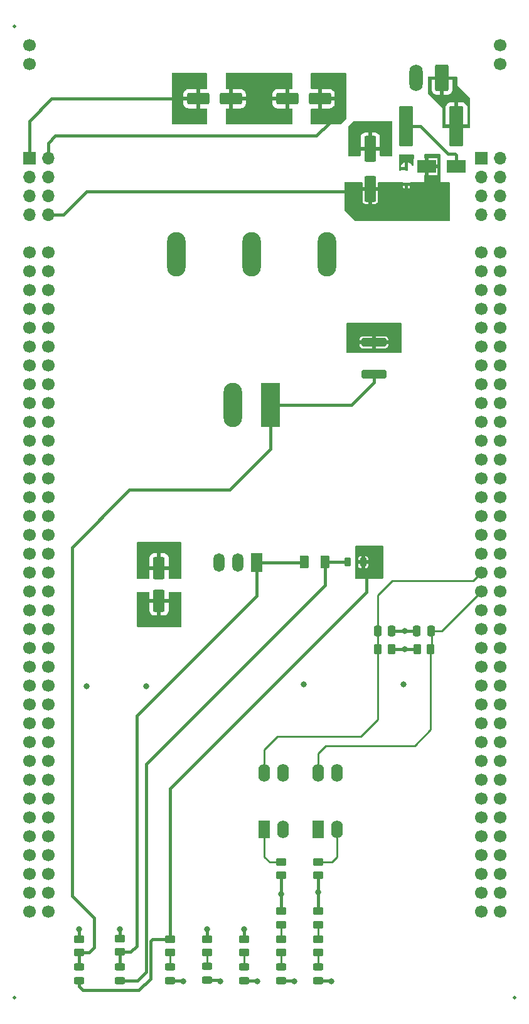
<source format=gbr>
%TF.GenerationSoftware,KiCad,Pcbnew,(6.0.7-1)-1*%
%TF.CreationDate,2022-08-23T12:38:47-05:00*%
%TF.ProjectId,NR1B-Power,4e523142-2d50-46f7-9765-722e6b696361,rev?*%
%TF.SameCoordinates,Original*%
%TF.FileFunction,Copper,L1,Top*%
%TF.FilePolarity,Positive*%
%FSLAX46Y46*%
G04 Gerber Fmt 4.6, Leading zero omitted, Abs format (unit mm)*
G04 Created by KiCad (PCBNEW (6.0.7-1)-1) date 2022-08-23 12:38:47*
%MOMM*%
%LPD*%
G01*
G04 APERTURE LIST*
G04 Aperture macros list*
%AMRoundRect*
0 Rectangle with rounded corners*
0 $1 Rounding radius*
0 $2 $3 $4 $5 $6 $7 $8 $9 X,Y pos of 4 corners*
0 Add a 4 corners polygon primitive as box body*
4,1,4,$2,$3,$4,$5,$6,$7,$8,$9,$2,$3,0*
0 Add four circle primitives for the rounded corners*
1,1,$1+$1,$2,$3*
1,1,$1+$1,$4,$5*
1,1,$1+$1,$6,$7*
1,1,$1+$1,$8,$9*
0 Add four rect primitives between the rounded corners*
20,1,$1+$1,$2,$3,$4,$5,0*
20,1,$1+$1,$4,$5,$6,$7,0*
20,1,$1+$1,$6,$7,$8,$9,0*
20,1,$1+$1,$8,$9,$2,$3,0*%
G04 Aperture macros list end*
%TA.AperFunction,SMDPad,CuDef*%
%ADD10RoundRect,0.250000X0.250000X0.475000X-0.250000X0.475000X-0.250000X-0.475000X0.250000X-0.475000X0*%
%TD*%
%TA.AperFunction,ComponentPad*%
%ADD11R,1.700000X1.700000*%
%TD*%
%TA.AperFunction,ComponentPad*%
%ADD12O,1.700000X1.700000*%
%TD*%
%TA.AperFunction,ComponentPad*%
%ADD13R,1.600000X2.400000*%
%TD*%
%TA.AperFunction,ComponentPad*%
%ADD14O,1.600000X2.400000*%
%TD*%
%TA.AperFunction,ComponentPad*%
%ADD15C,1.700000*%
%TD*%
%TA.AperFunction,SMDPad,CuDef*%
%ADD16RoundRect,0.243750X0.456250X-0.243750X0.456250X0.243750X-0.456250X0.243750X-0.456250X-0.243750X0*%
%TD*%
%TA.AperFunction,SMDPad,CuDef*%
%ADD17RoundRect,0.243750X-0.456250X0.243750X-0.456250X-0.243750X0.456250X-0.243750X0.456250X0.243750X0*%
%TD*%
%TA.AperFunction,SMDPad,CuDef*%
%ADD18RoundRect,0.250000X-0.450000X0.262500X-0.450000X-0.262500X0.450000X-0.262500X0.450000X0.262500X0*%
%TD*%
%TA.AperFunction,SMDPad,CuDef*%
%ADD19RoundRect,0.250000X1.250000X0.550000X-1.250000X0.550000X-1.250000X-0.550000X1.250000X-0.550000X0*%
%TD*%
%TA.AperFunction,SMDPad,CuDef*%
%ADD20RoundRect,0.218750X0.218750X0.381250X-0.218750X0.381250X-0.218750X-0.381250X0.218750X-0.381250X0*%
%TD*%
%TA.AperFunction,SMDPad,CuDef*%
%ADD21RoundRect,0.250000X0.712500X2.475000X-0.712500X2.475000X-0.712500X-2.475000X0.712500X-2.475000X0*%
%TD*%
%TA.AperFunction,SMDPad,CuDef*%
%ADD22RoundRect,0.250000X0.450000X-0.262500X0.450000X0.262500X-0.450000X0.262500X-0.450000X-0.262500X0*%
%TD*%
%TA.AperFunction,SMDPad,CuDef*%
%ADD23RoundRect,0.250000X-1.450000X0.312500X-1.450000X-0.312500X1.450000X-0.312500X1.450000X0.312500X0*%
%TD*%
%TA.AperFunction,SMDPad,CuDef*%
%ADD24RoundRect,0.250000X0.375000X0.625000X-0.375000X0.625000X-0.375000X-0.625000X0.375000X-0.625000X0*%
%TD*%
%TA.AperFunction,SMDPad,CuDef*%
%ADD25C,0.500000*%
%TD*%
%TA.AperFunction,SMDPad,CuDef*%
%ADD26RoundRect,0.250000X-0.550000X1.250000X-0.550000X-1.250000X0.550000X-1.250000X0.550000X1.250000X0*%
%TD*%
%TA.AperFunction,ComponentPad*%
%ADD27R,1.500000X2.500000*%
%TD*%
%TA.AperFunction,ComponentPad*%
%ADD28O,1.500000X2.500000*%
%TD*%
%TA.AperFunction,SMDPad,CuDef*%
%ADD29RoundRect,0.250000X-0.250000X-0.475000X0.250000X-0.475000X0.250000X0.475000X-0.250000X0.475000X0*%
%TD*%
%TA.AperFunction,ComponentPad*%
%ADD30R,2.500000X6.000000*%
%TD*%
%TA.AperFunction,ComponentPad*%
%ADD31O,2.500000X6.000000*%
%TD*%
%TA.AperFunction,ComponentPad*%
%ADD32RoundRect,0.250000X0.650000X1.550000X-0.650000X1.550000X-0.650000X-1.550000X0.650000X-1.550000X0*%
%TD*%
%TA.AperFunction,ComponentPad*%
%ADD33O,1.800000X3.600000*%
%TD*%
%TA.AperFunction,SMDPad,CuDef*%
%ADD34RoundRect,0.250000X0.550000X-1.500000X0.550000X1.500000X-0.550000X1.500000X-0.550000X-1.500000X0*%
%TD*%
%TA.AperFunction,SMDPad,CuDef*%
%ADD35R,2.500000X1.800000*%
%TD*%
%TA.AperFunction,SMDPad,CuDef*%
%ADD36RoundRect,0.250000X0.262500X0.450000X-0.262500X0.450000X-0.262500X-0.450000X0.262500X-0.450000X0*%
%TD*%
%TA.AperFunction,SMDPad,CuDef*%
%ADD37RoundRect,0.250000X-0.262500X-0.450000X0.262500X-0.450000X0.262500X0.450000X-0.262500X0.450000X0*%
%TD*%
%TA.AperFunction,SMDPad,CuDef*%
%ADD38R,0.450000X0.600000*%
%TD*%
%TA.AperFunction,ViaPad*%
%ADD39C,0.800000*%
%TD*%
%TA.AperFunction,Conductor*%
%ADD40C,0.400000*%
%TD*%
%TA.AperFunction,Conductor*%
%ADD41C,0.220000*%
%TD*%
G04 APERTURE END LIST*
D10*
%TO.P,C5,1*%
%TO.N,/~{-15V_GOOD}*%
X217200000Y-163000000D03*
%TO.P,C5,2*%
%TO.N,GND*%
X215300000Y-163000000D03*
%TD*%
D11*
%TO.P,J2,1,Pin_1*%
%TO.N,-15V*%
X163000000Y-99300000D03*
D12*
%TO.P,J2,2,Pin_2*%
%TO.N,+15V*%
X165540000Y-99300000D03*
%TO.P,J2,3,Pin_3*%
%TO.N,GND*%
X163000000Y-101840000D03*
%TO.P,J2,4,Pin_4*%
X165540000Y-101840000D03*
%TO.P,J2,5,Pin_5*%
%TO.N,+5V*%
X163000000Y-104380000D03*
%TO.P,J2,6,Pin_6*%
%TO.N,unconnected-(J2-Pad6)*%
X165540000Y-104380000D03*
%TO.P,J2,7,Pin_7*%
%TO.N,GND*%
X163000000Y-106920000D03*
%TO.P,J2,8,Pin_8*%
%TO.N,+24V*%
X165540000Y-106920000D03*
%TD*%
D13*
%TO.P,U4,1*%
%TO.N,Net-(R6-Pad1)*%
X194725000Y-189825000D03*
D14*
%TO.P,U4,2*%
%TO.N,GND*%
X197265000Y-189825000D03*
%TO.P,U4,3*%
X197265000Y-182205000D03*
%TO.P,U4,4*%
%TO.N,/~{+15V_GOOD}*%
X194725000Y-182205000D03*
%TD*%
D15*
%TO.P,X1,1,PC10*%
%TO.N,unconnected-(X1-Pad1)*%
X163000000Y-112000000D03*
%TO.P,X1,2,PC11*%
%TO.N,unconnected-(X1-Pad2)*%
X165540000Y-112000000D03*
%TO.P,X1,3,PC12*%
%TO.N,unconnected-(X1-Pad3)*%
X163000000Y-114540000D03*
%TO.P,X1,4,PD2*%
%TO.N,unconnected-(X1-Pad4)*%
X165540000Y-114540000D03*
%TO.P,X1,5,VDD*%
%TO.N,unconnected-(X1-Pad5)*%
X163000000Y-117080000D03*
%TO.P,X1,6,E5V*%
%TO.N,+5V*%
X165540000Y-117080000D03*
%TO.P,X1,7,~{BOOT0}*%
%TO.N,unconnected-(X1-Pad7)*%
X163000000Y-119620000D03*
%TO.P,X1,8,GND*%
%TO.N,GND*%
X165540000Y-119620000D03*
%TO.P,X1,9,PF6*%
%TO.N,unconnected-(X1-Pad9)*%
X163000000Y-122160000D03*
%TO.P,X1,10,NC*%
%TO.N,unconnected-(X1-Pad10)*%
X165540000Y-122160000D03*
%TO.P,X1,11,PF7*%
%TO.N,unconnected-(X1-Pad11)*%
X163000000Y-124700000D03*
%TO.P,X1,12,IOREF*%
%TO.N,unconnected-(X1-Pad12)*%
X165540000Y-124700000D03*
%TO.P,X1,13,TMS/PA13*%
%TO.N,unconnected-(X1-Pad13)*%
X163000000Y-127240000D03*
%TO.P,X1,14,~{RST}*%
%TO.N,unconnected-(X1-Pad14)*%
X165540000Y-127240000D03*
%TO.P,X1,15,TCK/PA14*%
%TO.N,unconnected-(X1-Pad15)*%
X163000000Y-129780000D03*
%TO.P,X1,16,+3V3*%
%TO.N,VCC*%
X165540000Y-129780000D03*
%TO.P,X1,17,PA15*%
%TO.N,unconnected-(X1-Pad17)*%
X163000000Y-132320000D03*
%TO.P,X1,18,+5V*%
%TO.N,unconnected-(X1-Pad18)*%
X165540000Y-132320000D03*
%TO.P,X1,19,GND*%
%TO.N,GND*%
X163000000Y-134860000D03*
%TO.P,X1,20,GND*%
X165540000Y-134860000D03*
%TO.P,X1,21,LD2/PB7*%
%TO.N,unconnected-(X1-Pad21)*%
X163000000Y-137400000D03*
%TO.P,X1,22,GND*%
%TO.N,GND*%
X165540000Y-137400000D03*
%TO.P,X1,23,BT/PC13*%
%TO.N,unconnected-(X1-Pad23)*%
X163000000Y-139940000D03*
%TO.P,X1,24,VIN*%
%TO.N,unconnected-(X1-Pad24)*%
X165540000Y-139940000D03*
%TO.P,X1,25,RTC_CRYSTAL/PC14*%
%TO.N,unconnected-(X1-Pad25)*%
X163000000Y-142480000D03*
%TO.P,X1,26,NC*%
%TO.N,unconnected-(X1-Pad26)*%
X165540000Y-142480000D03*
%TO.P,X1,27,RTC_CRYSTAL/PC15*%
%TO.N,unconnected-(X1-Pad27)*%
X163000000Y-145020000D03*
%TO.P,X1,28,ETH_REF_CLK/PA0*%
%TO.N,unconnected-(X1-Pad28)*%
X165540000Y-145020000D03*
%TO.P,X1,29,PH0*%
%TO.N,unconnected-(X1-Pad29)*%
X163000000Y-147560000D03*
%TO.P,X1,30,ETH_MDIO/PA1*%
%TO.N,unconnected-(X1-Pad30)*%
X165540000Y-147560000D03*
%TO.P,X1,31,PH1*%
%TO.N,unconnected-(X1-Pad31)*%
X163000000Y-150100000D03*
%TO.P,X1,32,PA4*%
%TO.N,unconnected-(X1-Pad32)*%
X165540000Y-150100000D03*
%TO.P,X1,33,VBAT*%
%TO.N,unconnected-(X1-Pad33)*%
X163000000Y-152640000D03*
%TO.P,X1,34,PB0*%
%TO.N,unconnected-(X1-Pad34)*%
X165540000Y-152640000D03*
%TO.P,X1,35,PC2*%
%TO.N,unconnected-(X1-Pad35)*%
X163000000Y-155180000D03*
%TO.P,X1,36,ETH_MDC/PC1*%
%TO.N,unconnected-(X1-Pad36)*%
X165540000Y-155180000D03*
%TO.P,X1,37,PC3*%
%TO.N,unconnected-(X1-Pad37)*%
X163000000Y-157720000D03*
%TO.P,X1,38,PC0*%
%TO.N,unconnected-(X1-Pad38)*%
X165540000Y-157720000D03*
%TO.P,X1,39,PD4*%
%TO.N,unconnected-(X1-Pad39)*%
X163000000Y-160260000D03*
%TO.P,X1,40,PD3*%
%TO.N,unconnected-(X1-Pad40)*%
X165540000Y-160260000D03*
%TO.P,X1,41,PD5*%
%TO.N,unconnected-(X1-Pad41)*%
X163000000Y-162800000D03*
%TO.P,X1,42,PG2*%
%TO.N,unconnected-(X1-Pad42)*%
X165540000Y-162800000D03*
%TO.P,X1,43,PD6*%
%TO.N,unconnected-(X1-Pad43)*%
X163000000Y-165340000D03*
%TO.P,X1,44,PG3*%
%TO.N,unconnected-(X1-Pad44)*%
X165540000Y-165340000D03*
%TO.P,X1,45,PD7*%
%TO.N,unconnected-(X1-Pad45)*%
X163000000Y-167880000D03*
%TO.P,X1,46,PE2*%
%TO.N,unconnected-(X1-Pad46)*%
X165540000Y-167880000D03*
%TO.P,X1,47,PE3*%
%TO.N,unconnected-(X1-Pad47)*%
X163000000Y-170420000D03*
%TO.P,X1,48,PE4*%
%TO.N,unconnected-(X1-Pad48)*%
X165540000Y-170420000D03*
%TO.P,X1,49,GND*%
%TO.N,GND*%
X163000000Y-172960000D03*
%TO.P,X1,50,PE5*%
%TO.N,unconnected-(X1-Pad50)*%
X165540000Y-172960000D03*
%TO.P,X1,51,PF1*%
%TO.N,unconnected-(X1-Pad51)*%
X163000000Y-175500000D03*
%TO.P,X1,52,PF2*%
%TO.N,unconnected-(X1-Pad52)*%
X165540000Y-175500000D03*
%TO.P,X1,53,PF0*%
%TO.N,unconnected-(X1-Pad53)*%
X163000000Y-178040000D03*
%TO.P,X1,54,PF8*%
%TO.N,unconnected-(X1-Pad54)*%
X165540000Y-178040000D03*
%TO.P,X1,55,PD1*%
%TO.N,unconnected-(X1-Pad55)*%
X163000000Y-180580000D03*
%TO.P,X1,56,PF9*%
%TO.N,unconnected-(X1-Pad56)*%
X165540000Y-180580000D03*
%TO.P,X1,57,PD0*%
%TO.N,unconnected-(X1-Pad57)*%
X163000000Y-183120000D03*
%TO.P,X1,58,PG1*%
%TO.N,unconnected-(X1-Pad58)*%
X165540000Y-183120000D03*
%TO.P,X1,59,PG0*%
%TO.N,unconnected-(X1-Pad59)*%
X163000000Y-185660000D03*
%TO.P,X1,60,GND*%
%TO.N,GND*%
X165540000Y-185660000D03*
%TO.P,X1,61,PE1*%
%TO.N,unconnected-(X1-Pad61)*%
X163000000Y-188200000D03*
%TO.P,X1,62,PE6*%
%TO.N,unconnected-(X1-Pad62)*%
X165540000Y-188200000D03*
%TO.P,X1,63,PG9*%
%TO.N,unconnected-(X1-Pad63)*%
X163000000Y-190740000D03*
%TO.P,X1,64,PG15*%
%TO.N,unconnected-(X1-Pad64)*%
X165540000Y-190740000D03*
%TO.P,X1,65,PG12*%
%TO.N,unconnected-(X1-Pad65)*%
X163000000Y-193280000D03*
%TO.P,X1,66,PG10*%
%TO.N,unconnected-(X1-Pad66)*%
X165540000Y-193280000D03*
%TO.P,X1,67,NC*%
%TO.N,unconnected-(X1-Pad67)*%
X163000000Y-195820000D03*
%TO.P,X1,68,PG13/ETH_TXD0*%
%TO.N,unconnected-(X1-Pad68)*%
X165540000Y-195820000D03*
%TO.P,X1,69,STLINK_RX/PD9*%
%TO.N,unconnected-(X1-Pad69)*%
X163000000Y-198360000D03*
%TO.P,X1,70,PG11/ETH_TX_EN*%
%TO.N,unconnected-(X1-Pad70)*%
X165540000Y-198360000D03*
%TO.P,X1,71,GND*%
%TO.N,GND*%
X163000000Y-200900000D03*
%TO.P,X1,72,GND*%
X165540000Y-200900000D03*
%TO.P,X1,73,PC9*%
%TO.N,unconnected-(X1-Pad73)*%
X223960000Y-112000000D03*
%TO.P,X1,74,PC8*%
%TO.N,unconnected-(X1-Pad74)*%
X226500000Y-112000000D03*
%TO.P,X1,75,PB8*%
%TO.N,unconnected-(X1-Pad75)*%
X223960000Y-114540000D03*
%TO.P,X1,76,PC6*%
%TO.N,unconnected-(X1-Pad76)*%
X226500000Y-114540000D03*
%TO.P,X1,77,PB9*%
%TO.N,unconnected-(X1-Pad77)*%
X223960000Y-117080000D03*
%TO.P,X1,78,ETH_RXD1/PC5*%
%TO.N,unconnected-(X1-Pad78)*%
X226500000Y-117080000D03*
%TO.P,X1,79,AVDD*%
%TO.N,unconnected-(X1-Pad79)*%
X223960000Y-119620000D03*
%TO.P,X1,80,U5V*%
%TO.N,unconnected-(X1-Pad80)*%
X226500000Y-119620000D03*
%TO.P,X1,81,GND*%
%TO.N,GND*%
X223960000Y-122160000D03*
%TO.P,X1,82,STLINK_TX/PD8*%
%TO.N,unconnected-(X1-Pad82)*%
X226500000Y-122160000D03*
%TO.P,X1,83,PA5*%
%TO.N,unconnected-(X1-Pad83)*%
X223960000Y-124700000D03*
%TO.P,X1,84,USB_DP/PA12*%
%TO.N,unconnected-(X1-Pad84)*%
X226500000Y-124700000D03*
%TO.P,X1,85,PA6*%
%TO.N,unconnected-(X1-Pad85)*%
X223960000Y-127240000D03*
%TO.P,X1,86,USB_DM/PA11*%
%TO.N,unconnected-(X1-Pad86)*%
X226500000Y-127240000D03*
%TO.P,X1,87,ETH_CRS_DV/PA7*%
%TO.N,unconnected-(X1-Pad87)*%
X223960000Y-129780000D03*
%TO.P,X1,88,PB12*%
%TO.N,unconnected-(X1-Pad88)*%
X226500000Y-129780000D03*
%TO.P,X1,89,PB6*%
%TO.N,unconnected-(X1-Pad89)*%
X223960000Y-132320000D03*
%TO.P,X1,90,PB11*%
%TO.N,unconnected-(X1-Pad90)*%
X226500000Y-132320000D03*
%TO.P,X1,91,PC7*%
%TO.N,unconnected-(X1-Pad91)*%
X223960000Y-134860000D03*
%TO.P,X1,92,GND*%
%TO.N,GND*%
X226500000Y-134860000D03*
%TO.P,X1,93,USB_VBUS/PA9*%
%TO.N,unconnected-(X1-Pad93)*%
X223960000Y-137400000D03*
%TO.P,X1,94,PB2*%
%TO.N,unconnected-(X1-Pad94)*%
X226500000Y-137400000D03*
%TO.P,X1,95,USB_SOF/PA8*%
%TO.N,unconnected-(X1-Pad95)*%
X223960000Y-139940000D03*
%TO.P,X1,96,PB1*%
%TO.N,unconnected-(X1-Pad96)*%
X226500000Y-139940000D03*
%TO.P,X1,97,PB10*%
%TO.N,unconnected-(X1-Pad97)*%
X223960000Y-142480000D03*
%TO.P,X1,98,PB15*%
%TO.N,unconnected-(X1-Pad98)*%
X226500000Y-142480000D03*
%TO.P,X1,99,PB4*%
%TO.N,unconnected-(X1-Pad99)*%
X223960000Y-145020000D03*
%TO.P,X1,100,LD3/PB14*%
%TO.N,unconnected-(X1-Pad100)*%
X226500000Y-145020000D03*
%TO.P,X1,101,PB5*%
%TO.N,unconnected-(X1-Pad101)*%
X223960000Y-147560000D03*
%TO.P,X1,102,ETH_TXD1/PB13*%
%TO.N,unconnected-(X1-Pad102)*%
X226500000Y-147560000D03*
%TO.P,X1,103,SWO/PB3*%
%TO.N,unconnected-(X1-Pad103)*%
X223960000Y-150100000D03*
%TO.P,X1,104,AGND*%
%TO.N,unconnected-(X1-Pad104)*%
X226500000Y-150100000D03*
%TO.P,X1,105,USB_ID/PA10*%
%TO.N,unconnected-(X1-Pad105)*%
X223960000Y-152640000D03*
%TO.P,X1,106,ETH_RXD0/PC4*%
%TO.N,unconnected-(X1-Pad106)*%
X226500000Y-152640000D03*
%TO.P,X1,107,PA2*%
%TO.N,/~{+15V_GOOD}*%
X223960000Y-155180000D03*
%TO.P,X1,108,PF5*%
%TO.N,unconnected-(X1-Pad108)*%
X226500000Y-155180000D03*
%TO.P,X1,109,PA3*%
%TO.N,/~{-15V_GOOD}*%
X223960000Y-157720000D03*
%TO.P,X1,110,PF4*%
%TO.N,unconnected-(X1-Pad110)*%
X226500000Y-157720000D03*
%TO.P,X1,111,GND*%
%TO.N,GND*%
X223960000Y-160260000D03*
%TO.P,X1,112,PE8*%
%TO.N,unconnected-(X1-Pad112)*%
X226500000Y-160260000D03*
%TO.P,X1,113,PD13*%
%TO.N,unconnected-(X1-Pad113)*%
X223960000Y-162800000D03*
%TO.P,X1,114,PF10*%
%TO.N,unconnected-(X1-Pad114)*%
X226500000Y-162800000D03*
%TO.P,X1,115,PD12*%
%TO.N,unconnected-(X1-Pad115)*%
X223960000Y-165340000D03*
%TO.P,X1,116,PE7*%
%TO.N,unconnected-(X1-Pad116)*%
X226500000Y-165340000D03*
%TO.P,X1,117,PD11*%
%TO.N,unconnected-(X1-Pad117)*%
X223960000Y-167880000D03*
%TO.P,X1,118,PD14*%
%TO.N,unconnected-(X1-Pad118)*%
X226500000Y-167880000D03*
%TO.P,X1,119,PE10*%
%TO.N,unconnected-(X1-Pad119)*%
X223960000Y-170420000D03*
%TO.P,X1,120,PD15*%
%TO.N,unconnected-(X1-Pad120)*%
X226500000Y-170420000D03*
%TO.P,X1,121,PE12*%
%TO.N,unconnected-(X1-Pad121)*%
X223960000Y-172960000D03*
%TO.P,X1,122,PF14*%
%TO.N,unconnected-(X1-Pad122)*%
X226500000Y-172960000D03*
%TO.P,X1,123,PE14*%
%TO.N,unconnected-(X1-Pad123)*%
X223960000Y-175500000D03*
%TO.P,X1,124,PE9*%
%TO.N,unconnected-(X1-Pad124)*%
X226500000Y-175500000D03*
%TO.P,X1,125,PE15*%
%TO.N,unconnected-(X1-Pad125)*%
X223960000Y-178040000D03*
%TO.P,X1,126,GND*%
%TO.N,GND*%
X226500000Y-178040000D03*
%TO.P,X1,127,PE13*%
%TO.N,unconnected-(X1-Pad127)*%
X223960000Y-180580000D03*
%TO.P,X1,128,PE11*%
%TO.N,unconnected-(X1-Pad128)*%
X226500000Y-180580000D03*
%TO.P,X1,129,PF13*%
%TO.N,unconnected-(X1-Pad129)*%
X223960000Y-183120000D03*
%TO.P,X1,130,PF3*%
%TO.N,unconnected-(X1-Pad130)*%
X226500000Y-183120000D03*
%TO.P,X1,131,PF12*%
%TO.N,unconnected-(X1-Pad131)*%
X223960000Y-185660000D03*
%TO.P,X1,132,PF15*%
%TO.N,unconnected-(X1-Pad132)*%
X226500000Y-185660000D03*
%TO.P,X1,133,PG14*%
%TO.N,unconnected-(X1-Pad133)*%
X223960000Y-188200000D03*
%TO.P,X1,134,PF11*%
%TO.N,unconnected-(X1-Pad134)*%
X226500000Y-188200000D03*
%TO.P,X1,135,GND*%
%TO.N,GND*%
X223960000Y-190740000D03*
%TO.P,X1,136,PE0*%
%TO.N,unconnected-(X1-Pad136)*%
X226500000Y-190740000D03*
%TO.P,X1,137,PD10*%
%TO.N,unconnected-(X1-Pad137)*%
X223960000Y-193280000D03*
%TO.P,X1,138,PG8*%
%TO.N,unconnected-(X1-Pad138)*%
X226500000Y-193280000D03*
%TO.P,X1,139,PG7/USB_GPIO_IN*%
%TO.N,unconnected-(X1-Pad139)*%
X223960000Y-195820000D03*
%TO.P,X1,140,PG5*%
%TO.N,unconnected-(X1-Pad140)*%
X226500000Y-195820000D03*
%TO.P,X1,141,PG4*%
%TO.N,unconnected-(X1-Pad141)*%
X223960000Y-198360000D03*
%TO.P,X1,142,PG6/USB_GPIO_OUT*%
%TO.N,unconnected-(X1-Pad142)*%
X226500000Y-198360000D03*
%TO.P,X1,143,GND*%
%TO.N,GND*%
X223960000Y-200900000D03*
%TO.P,X1,144,GND*%
X226500000Y-200900000D03*
%TO.P,X1,145*%
%TO.N,N/C*%
X163000000Y-84060000D03*
%TO.P,X1,146*%
X163000000Y-86600000D03*
%TO.P,X1,147*%
X226500000Y-84060000D03*
%TO.P,X1,148*%
X226500000Y-86600000D03*
%TD*%
D16*
%TO.P,D5,1,K*%
%TO.N,GND*%
X182000000Y-210187500D03*
%TO.P,D5,2,A*%
%TO.N,Net-(D5-Pad2)*%
X182000000Y-208312500D03*
%TD*%
D17*
%TO.P,D3,1,K*%
%TO.N,Net-(D3-Pad1)*%
X202000000Y-208312500D03*
%TO.P,D3,2,A*%
%TO.N,GND*%
X202000000Y-210187500D03*
%TD*%
D18*
%TO.P,R6,1*%
%TO.N,Net-(R6-Pad1)*%
X197000000Y-194175000D03*
%TO.P,R6,2*%
%TO.N,+15V*%
X197000000Y-196000000D03*
%TD*%
%TO.P,R4,1*%
%TO.N,-15V*%
X202000000Y-200837500D03*
%TO.P,R4,2*%
%TO.N,Net-(R3-Pad1)*%
X202000000Y-202662500D03*
%TD*%
D19*
%TO.P,C3,1*%
%TO.N,+15V*%
X202200000Y-91250000D03*
%TO.P,C3,2*%
%TO.N,GND*%
X197800000Y-91250000D03*
%TD*%
D20*
%TO.P,FB1,1*%
%TO.N,+24V*%
X208062500Y-153750000D03*
%TO.P,FB1,2*%
%TO.N,Net-(D7-Pad2)*%
X205937500Y-153750000D03*
%TD*%
D21*
%TO.P,F1,1*%
%TO.N,/24VIN*%
X220637500Y-95000000D03*
%TO.P,F1,2*%
%TO.N,Net-(D1-Pad2)*%
X213862500Y-95000000D03*
%TD*%
D22*
%TO.P,R12,1*%
%TO.N,Net-(D8-Pad1)*%
X169750000Y-206412500D03*
%TO.P,R12,2*%
%TO.N,GND*%
X169750000Y-204587500D03*
%TD*%
D18*
%TO.P,R3,1*%
%TO.N,Net-(R3-Pad1)*%
X202000000Y-204587500D03*
%TO.P,R3,2*%
%TO.N,Net-(D3-Pad1)*%
X202000000Y-206412500D03*
%TD*%
D23*
%TO.P,F3,1*%
%TO.N,+24V*%
X209500000Y-124112500D03*
%TO.P,F3,2*%
%TO.N,Net-(D8-Pad1)*%
X209500000Y-128387500D03*
%TD*%
D24*
%TO.P,F2,1*%
%TO.N,Net-(D7-Pad2)*%
X202900000Y-153750000D03*
%TO.P,F2,2*%
%TO.N,Net-(D7-Pad1)*%
X200100000Y-153750000D03*
%TD*%
D25*
%TO.P,FID1,*%
%TO.N,*%
X161000000Y-81500000D03*
%TD*%
D16*
%TO.P,D6,1,K*%
%TO.N,GND*%
X187000000Y-210125000D03*
%TO.P,D6,2,A*%
%TO.N,Net-(D6-Pad2)*%
X187000000Y-208250000D03*
%TD*%
D26*
%TO.P,C2,1*%
%TO.N,+5V*%
X180500000Y-154550000D03*
%TO.P,C2,2*%
%TO.N,GND*%
X180500000Y-158950000D03*
%TD*%
D18*
%TO.P,R9,1*%
%TO.N,+24V*%
X182000000Y-204587500D03*
%TO.P,R9,2*%
%TO.N,Net-(D5-Pad2)*%
X182000000Y-206412500D03*
%TD*%
D27*
%TO.P,U1,1,Vin*%
%TO.N,Net-(D7-Pad1)*%
X193682500Y-153817500D03*
D28*
%TO.P,U1,2,GND*%
%TO.N,GND*%
X191142500Y-153817500D03*
%TO.P,U1,3,Vout*%
%TO.N,+5V*%
X188602500Y-153817500D03*
%TD*%
D19*
%TO.P,C4,1*%
%TO.N,GND*%
X190200000Y-91250000D03*
%TO.P,C4,2*%
%TO.N,-15V*%
X185800000Y-91250000D03*
%TD*%
D29*
%TO.P,C6,1*%
%TO.N,/~{+15V_GOOD}*%
X210000000Y-163000000D03*
%TO.P,C6,2*%
%TO.N,GND*%
X211900000Y-163000000D03*
%TD*%
D16*
%TO.P,D9,1,K*%
%TO.N,GND*%
X192000000Y-210187500D03*
%TO.P,D9,2,A*%
%TO.N,Net-(D9-Pad2)*%
X192000000Y-208312500D03*
%TD*%
D22*
%TO.P,R11,1*%
%TO.N,Net-(D7-Pad1)*%
X175250000Y-206325000D03*
%TO.P,R11,2*%
%TO.N,GND*%
X175250000Y-204500000D03*
%TD*%
D30*
%TO.P,U2,1,+Vin*%
%TO.N,Net-(D8-Pad1)*%
X195540000Y-132535000D03*
D31*
%TO.P,U2,2,-Vin*%
%TO.N,GND*%
X190460000Y-132535000D03*
%TO.P,U2,3,+Vout*%
%TO.N,+15V*%
X203160000Y-112215000D03*
%TO.P,U2,4,COM*%
%TO.N,GND*%
X193000000Y-112215000D03*
%TO.P,U2,5,-Vout*%
%TO.N,-15V*%
X182840000Y-112215000D03*
%TD*%
D32*
%TO.P,J3,1,Pin_1*%
%TO.N,/24VIN*%
X218695000Y-88432500D03*
D33*
%TO.P,J3,2,Pin_2*%
%TO.N,GND*%
X215195000Y-88432500D03*
%TD*%
D18*
%TO.P,R10,1*%
%TO.N,+5V*%
X187000000Y-204587500D03*
%TO.P,R10,2*%
%TO.N,Net-(D6-Pad2)*%
X187000000Y-206412500D03*
%TD*%
%TO.P,R13,1*%
%TO.N,VCC*%
X192000000Y-204587500D03*
%TO.P,R13,2*%
%TO.N,Net-(D9-Pad2)*%
X192000000Y-206412500D03*
%TD*%
D34*
%TO.P,C1,1*%
%TO.N,+24V*%
X209000000Y-103450000D03*
%TO.P,C1,2*%
%TO.N,GND*%
X209000000Y-98050000D03*
%TD*%
D17*
%TO.P,D8,1,K*%
%TO.N,Net-(D8-Pad1)*%
X169750000Y-208312500D03*
%TO.P,D8,2,A*%
%TO.N,+24V*%
X169750000Y-210187500D03*
%TD*%
D18*
%TO.P,R7,1*%
%TO.N,Net-(R7-Pad1)*%
X197000000Y-204587500D03*
%TO.P,R7,2*%
%TO.N,Net-(D4-Pad2)*%
X197000000Y-206412500D03*
%TD*%
D35*
%TO.P,D1,1,K*%
%TO.N,+24V*%
X216600000Y-100400000D03*
%TO.P,D1,2,A*%
%TO.N,Net-(D1-Pad2)*%
X220600000Y-100400000D03*
%TD*%
D18*
%TO.P,R8,1*%
%TO.N,+15V*%
X197000000Y-200837500D03*
%TO.P,R8,2*%
%TO.N,Net-(R7-Pad1)*%
X197000000Y-202662500D03*
%TD*%
D17*
%TO.P,D7,1,K*%
%TO.N,Net-(D7-Pad1)*%
X175250000Y-208312500D03*
%TO.P,D7,2,A*%
%TO.N,Net-(D7-Pad2)*%
X175250000Y-210187500D03*
%TD*%
D25*
%TO.P,FID2,*%
%TO.N,*%
X161000000Y-212500000D03*
%TD*%
D36*
%TO.P,R5,1*%
%TO.N,VCC*%
X211862500Y-165500000D03*
%TO.P,R5,2*%
%TO.N,/~{+15V_GOOD}*%
X210037500Y-165500000D03*
%TD*%
D37*
%TO.P,R1,1*%
%TO.N,VCC*%
X215337500Y-165500000D03*
%TO.P,R1,2*%
%TO.N,/~{-15V_GOOD}*%
X217162500Y-165500000D03*
%TD*%
D11*
%TO.P,J1,1,Pin_1*%
%TO.N,unconnected-(J1-Pad1)*%
X224000000Y-99300000D03*
D12*
%TO.P,J1,2,Pin_2*%
%TO.N,unconnected-(J1-Pad2)*%
X226540000Y-99300000D03*
%TO.P,J1,3,Pin_3*%
%TO.N,unconnected-(J1-Pad3)*%
X224000000Y-101840000D03*
%TO.P,J1,4,Pin_4*%
%TO.N,unconnected-(J1-Pad4)*%
X226540000Y-101840000D03*
%TO.P,J1,5,Pin_5*%
%TO.N,unconnected-(J1-Pad5)*%
X224000000Y-104380000D03*
%TO.P,J1,6,Pin_6*%
%TO.N,unconnected-(J1-Pad6)*%
X226540000Y-104380000D03*
%TO.P,J1,7,Pin_7*%
%TO.N,unconnected-(J1-Pad7)*%
X224000000Y-106920000D03*
%TO.P,J1,8,Pin_8*%
%TO.N,unconnected-(J1-Pad8)*%
X226540000Y-106920000D03*
%TD*%
D18*
%TO.P,R2,1*%
%TO.N,Net-(R2-Pad1)*%
X202000000Y-194175000D03*
%TO.P,R2,2*%
%TO.N,-15V*%
X202000000Y-196000000D03*
%TD*%
D25*
%TO.P,FID3,*%
%TO.N,*%
X228500000Y-212500000D03*
%TD*%
D16*
%TO.P,D4,1,K*%
%TO.N,GND*%
X197000000Y-210187500D03*
%TO.P,D4,2,A*%
%TO.N,Net-(D4-Pad2)*%
X197000000Y-208312500D03*
%TD*%
D38*
%TO.P,D2,1,K*%
%TO.N,+24V*%
X213900000Y-102800000D03*
%TO.P,D2,2,A*%
%TO.N,GND*%
X213900000Y-100700000D03*
%TD*%
D13*
%TO.P,U3,1*%
%TO.N,GND*%
X201975000Y-189825000D03*
D14*
%TO.P,U3,2*%
%TO.N,Net-(R2-Pad1)*%
X204515000Y-189825000D03*
%TO.P,U3,3*%
%TO.N,GND*%
X204515000Y-182205000D03*
%TO.P,U3,4*%
%TO.N,/~{-15V_GOOD}*%
X201975000Y-182205000D03*
%TD*%
D39*
%TO.N,+24V*%
X212500000Y-105500000D03*
X217500000Y-106750000D03*
X212500000Y-122250000D03*
X213750000Y-106750000D03*
X213750000Y-105500000D03*
X212500000Y-124000000D03*
X209500000Y-122250000D03*
X207750000Y-155250000D03*
X209000000Y-106000000D03*
X216250000Y-106750000D03*
X210750000Y-106000000D03*
X207250000Y-106000000D03*
X218750000Y-105500000D03*
X207250000Y-103750000D03*
X215000000Y-104250000D03*
X207750000Y-152250000D03*
X218750000Y-104250000D03*
X211000000Y-122250000D03*
X215000000Y-106750000D03*
X206500000Y-124000000D03*
X212500000Y-106750000D03*
X213750000Y-104250000D03*
X209250000Y-152250000D03*
X208000000Y-122250000D03*
X216250000Y-105500000D03*
X209250000Y-153750000D03*
X206500000Y-122250000D03*
X216250000Y-104250000D03*
X217500000Y-104250000D03*
X215000000Y-105500000D03*
X218750000Y-106750000D03*
X210750000Y-103750000D03*
X217500000Y-105500000D03*
X209250000Y-155250000D03*
X212500000Y-104250000D03*
%TO.N,GND*%
X188750000Y-210250000D03*
X182500000Y-160250000D03*
X181250000Y-161500000D03*
X197750000Y-89250000D03*
X208250000Y-95250000D03*
X192750000Y-90500000D03*
X192750000Y-93250000D03*
X178750000Y-170500000D03*
X195250000Y-90500000D03*
X178500000Y-159000000D03*
X192750000Y-89250000D03*
X211000000Y-97750000D03*
X211000000Y-96500000D03*
X213662500Y-163000000D03*
X169750000Y-203250000D03*
X190250000Y-93250000D03*
X190250000Y-89250000D03*
X170750000Y-170500000D03*
X178500000Y-160250000D03*
X183750000Y-210250000D03*
X192750000Y-92000000D03*
X214400000Y-99500000D03*
X207000000Y-97750000D03*
X196500000Y-89250000D03*
X178500000Y-161500000D03*
X182500000Y-161500000D03*
X213400000Y-99500000D03*
X179750000Y-161500000D03*
X211000000Y-95250000D03*
X203750000Y-210250000D03*
X213500000Y-170250000D03*
X196500000Y-93250000D03*
X197750000Y-93250000D03*
X175250000Y-203250000D03*
X182500000Y-159000000D03*
X198750000Y-210250000D03*
X200000000Y-170250000D03*
X195250000Y-93250000D03*
X207000000Y-96500000D03*
X193750000Y-210250000D03*
X209750000Y-95250000D03*
X207000000Y-95250000D03*
X195250000Y-92000000D03*
X191500000Y-89250000D03*
X191500000Y-93250000D03*
X195250000Y-89250000D03*
%TO.N,+5V*%
X182500000Y-153250000D03*
X182500000Y-154500000D03*
X179750000Y-152000000D03*
X182500000Y-152000000D03*
X181250000Y-152000000D03*
X178500000Y-153250000D03*
X178500000Y-152000000D03*
X178500000Y-154500000D03*
X187000000Y-203250000D03*
%TO.N,+15V*%
X204750000Y-92000000D03*
X202250000Y-93250000D03*
X197000000Y-198500000D03*
X203500000Y-89250000D03*
X203500000Y-93250000D03*
X204750000Y-89250000D03*
X204750000Y-93250000D03*
X202250000Y-89250000D03*
X204750000Y-90500000D03*
%TO.N,-15V*%
X184500000Y-93250000D03*
X183250000Y-93250000D03*
X202000000Y-198250000D03*
X185750000Y-89250000D03*
X183250000Y-90500000D03*
X183250000Y-92000000D03*
X185750000Y-93250000D03*
X183250000Y-89250000D03*
X184500000Y-89250000D03*
%TO.N,VCC*%
X213662500Y-165500000D03*
X192000000Y-203250000D03*
%TD*%
D40*
%TO.N,+24V*%
X167580000Y-106920000D02*
X170750000Y-103750000D01*
X182000000Y-184250000D02*
X208500000Y-157750000D01*
X182000000Y-204587500D02*
X182000000Y-184250000D01*
X170250000Y-211500000D02*
X177750000Y-211500000D01*
X208500000Y-157750000D02*
X208500000Y-155250000D01*
X170750000Y-103750000D02*
X207250000Y-103750000D01*
X169750000Y-211000000D02*
X170250000Y-211500000D01*
X177750000Y-211500000D02*
X179350000Y-209900000D01*
X179350000Y-204900000D02*
X179662500Y-204587500D01*
X179350000Y-209900000D02*
X179350000Y-204900000D01*
X179662500Y-204587500D02*
X182000000Y-204587500D01*
X165540000Y-106920000D02*
X167580000Y-106920000D01*
X169750000Y-210187500D02*
X169750000Y-211000000D01*
%TO.N,GND*%
X203687500Y-210187500D02*
X203750000Y-210250000D01*
X188625000Y-210125000D02*
X188750000Y-210250000D01*
X215412500Y-163000000D02*
X213662500Y-163000000D01*
X183687500Y-210187500D02*
X183750000Y-210250000D01*
X197000000Y-210187500D02*
X198687500Y-210187500D01*
X169750000Y-204587500D02*
X169750000Y-203250000D01*
X182000000Y-210187500D02*
X183687500Y-210187500D01*
X192000000Y-210187500D02*
X193687500Y-210187500D01*
X202000000Y-210187500D02*
X203687500Y-210187500D01*
X198687500Y-210187500D02*
X198750000Y-210250000D01*
X175250000Y-204500000D02*
X175250000Y-203250000D01*
X187000000Y-210125000D02*
X188625000Y-210125000D01*
X211862500Y-163000000D02*
X213662500Y-163000000D01*
X193687500Y-210187500D02*
X193750000Y-210250000D01*
%TO.N,+5V*%
X187000000Y-203250000D02*
X187000000Y-204587500D01*
%TO.N,+15V*%
X197000000Y-198500000D02*
X197000000Y-200837500D01*
X197000000Y-196000000D02*
X197000000Y-198500000D01*
X203500000Y-94500000D02*
X203500000Y-93250000D01*
X165540000Y-97210000D02*
X166500000Y-96250000D01*
X201750000Y-96250000D02*
X203500000Y-94500000D01*
X166500000Y-96250000D02*
X201750000Y-96250000D01*
X165540000Y-99300000D02*
X165540000Y-97210000D01*
%TO.N,-15V*%
X202000000Y-198250000D02*
X202000000Y-200837500D01*
X166000000Y-91250000D02*
X183250000Y-91250000D01*
X163000000Y-99300000D02*
X163000000Y-94250000D01*
X202000000Y-196000000D02*
X202000000Y-198250000D01*
X163000000Y-94250000D02*
X166000000Y-91250000D01*
%TO.N,Net-(D1-Pad2)*%
X220600000Y-98900000D02*
X220600000Y-100400000D01*
X220400000Y-98700000D02*
X220600000Y-98900000D01*
X215800000Y-95000000D02*
X219500000Y-98700000D01*
X219500000Y-98700000D02*
X220400000Y-98700000D01*
X213862500Y-95000000D02*
X215800000Y-95000000D01*
D41*
%TO.N,Net-(D3-Pad1)*%
X202000000Y-208312500D02*
X202000000Y-206412500D01*
D40*
%TO.N,Net-(D7-Pad1)*%
X200032500Y-153817500D02*
X193682500Y-153817500D01*
X193682500Y-158317500D02*
X193682500Y-153817500D01*
X176675000Y-206325000D02*
X177500000Y-205500000D01*
X177500000Y-174500000D02*
X193682500Y-158317500D01*
X175250000Y-206325000D02*
X176675000Y-206325000D01*
X200100000Y-153750000D02*
X200032500Y-153817500D01*
X175250000Y-206325000D02*
X175250000Y-208312500D01*
X177500000Y-205500000D02*
X177500000Y-174500000D01*
%TO.N,Net-(D7-Pad2)*%
X202900000Y-153750000D02*
X202900000Y-156850000D01*
X177562500Y-210187500D02*
X175250000Y-210187500D01*
X202900000Y-156850000D02*
X178750000Y-181000000D01*
X205937500Y-153750000D02*
X202900000Y-153750000D01*
X178750000Y-209000000D02*
X177562500Y-210187500D01*
X178750000Y-181000000D02*
X178750000Y-209000000D01*
D41*
%TO.N,Net-(D4-Pad2)*%
X197000000Y-206412500D02*
X197000000Y-208312500D01*
%TO.N,Net-(D5-Pad2)*%
X182000000Y-206412500D02*
X182000000Y-208312500D01*
D40*
%TO.N,Net-(D8-Pad1)*%
X190000000Y-144000000D02*
X176500000Y-144000000D01*
X195540000Y-138460000D02*
X190000000Y-144000000D01*
X209500000Y-129500000D02*
X206465000Y-132535000D01*
X171087500Y-206412500D02*
X169750000Y-206412500D01*
X206465000Y-132535000D02*
X196167500Y-132535000D01*
X195540000Y-132535000D02*
X195540000Y-138460000D01*
X169750000Y-206412500D02*
X169750000Y-208312500D01*
X209500000Y-129500000D02*
X209500000Y-128387500D01*
X171750000Y-201750000D02*
X171750000Y-205750000D01*
X171750000Y-205750000D02*
X171087500Y-206412500D01*
X168750000Y-151750000D02*
X168750000Y-198750000D01*
X176500000Y-144000000D02*
X168750000Y-151750000D01*
X168750000Y-198750000D02*
X171750000Y-201750000D01*
D41*
%TO.N,Net-(R3-Pad1)*%
X202000000Y-202662500D02*
X202000000Y-204587500D01*
%TO.N,Net-(D6-Pad2)*%
X187000000Y-206412500D02*
X187000000Y-208250000D01*
%TO.N,Net-(R2-Pad1)*%
X203825000Y-194175000D02*
X202000000Y-194175000D01*
X204515000Y-193485000D02*
X203825000Y-194175000D01*
X204515000Y-189825000D02*
X204515000Y-193485000D01*
%TO.N,Net-(R7-Pad1)*%
X197000000Y-202662500D02*
X197000000Y-204587500D01*
%TO.N,Net-(D9-Pad2)*%
X192000000Y-206412500D02*
X192000000Y-208312500D01*
%TO.N,Net-(R6-Pad1)*%
X195425000Y-194175000D02*
X197000000Y-194175000D01*
X194725000Y-193475000D02*
X195425000Y-194175000D01*
X194725000Y-189825000D02*
X194725000Y-193475000D01*
D40*
%TO.N,VCC*%
X215500000Y-165500000D02*
X213662500Y-165500000D01*
X192000000Y-203250000D02*
X192000000Y-204587500D01*
X211825000Y-165500000D02*
X213662500Y-165500000D01*
D41*
%TO.N,/~{-15V_GOOD}*%
X218680000Y-163000000D02*
X223960000Y-157720000D01*
X201975000Y-182205000D02*
X201975000Y-179525000D01*
X201975000Y-179525000D02*
X203000000Y-178500000D01*
X217312500Y-163000000D02*
X217312500Y-165487500D01*
X217200000Y-163000000D02*
X218680000Y-163000000D01*
X203000000Y-178500000D02*
X215000000Y-178500000D01*
X217162500Y-176337500D02*
X217162500Y-165500000D01*
X215000000Y-178500000D02*
X217162500Y-176337500D01*
%TO.N,/~{+15V_GOOD}*%
X194725000Y-182205000D02*
X194725000Y-179025000D01*
X212000000Y-156250000D02*
X222890000Y-156250000D01*
X194725000Y-179025000D02*
X196500000Y-177250000D01*
X210000000Y-158250000D02*
X212000000Y-156250000D01*
X210037500Y-174962500D02*
X210037500Y-165500000D01*
X222890000Y-156250000D02*
X223960000Y-155180000D01*
X196500000Y-177250000D02*
X207750000Y-177250000D01*
X210000000Y-163000000D02*
X210000000Y-158250000D01*
X207750000Y-177250000D02*
X210037500Y-174962500D01*
X210000000Y-165500000D02*
X210000000Y-163037500D01*
X210000000Y-163037500D02*
X209962500Y-163000000D01*
%TD*%
%TA.AperFunction,Conductor*%
%TO.N,/24VIN*%
G36*
X220692121Y-88270002D02*
G01*
X220738614Y-88323658D01*
X220750000Y-88376000D01*
X220750000Y-89500000D01*
X222463095Y-91213095D01*
X222497121Y-91275407D01*
X222500000Y-91302190D01*
X222500000Y-95124000D01*
X222479998Y-95192121D01*
X222426342Y-95238614D01*
X222374000Y-95250000D01*
X218876000Y-95250000D01*
X218807879Y-95229998D01*
X218761386Y-95176342D01*
X218750000Y-95124000D01*
X218750000Y-92500000D01*
X218727854Y-92477854D01*
X219167000Y-92477854D01*
X219167001Y-94727885D01*
X219171476Y-94743124D01*
X219172866Y-94744329D01*
X219180549Y-94746000D01*
X220365385Y-94746000D01*
X220380624Y-94741525D01*
X220381829Y-94740135D01*
X220383500Y-94732452D01*
X220383500Y-94727885D01*
X220891500Y-94727885D01*
X220895975Y-94743124D01*
X220897365Y-94744329D01*
X220905048Y-94746000D01*
X222089885Y-94746000D01*
X222105124Y-94741525D01*
X222106329Y-94740135D01*
X222108000Y-94732452D01*
X222107999Y-92477905D01*
X222107662Y-92471386D01*
X222097743Y-92375794D01*
X222094851Y-92362400D01*
X222043412Y-92208216D01*
X222037239Y-92195038D01*
X221951937Y-92057193D01*
X221942901Y-92045792D01*
X221828171Y-91931261D01*
X221816760Y-91922249D01*
X221678757Y-91837184D01*
X221665576Y-91831037D01*
X221511290Y-91779862D01*
X221497914Y-91776995D01*
X221403562Y-91767328D01*
X221397145Y-91767000D01*
X220909615Y-91767000D01*
X220894376Y-91771475D01*
X220893171Y-91772865D01*
X220891500Y-91780548D01*
X220891500Y-94727885D01*
X220383500Y-94727885D01*
X220383500Y-91785116D01*
X220379025Y-91769877D01*
X220377635Y-91768672D01*
X220369952Y-91767001D01*
X219877905Y-91767001D01*
X219871386Y-91767338D01*
X219775794Y-91777257D01*
X219762400Y-91780149D01*
X219608216Y-91831588D01*
X219595038Y-91837761D01*
X219457193Y-91923063D01*
X219445792Y-91932099D01*
X219331261Y-92046829D01*
X219322249Y-92058240D01*
X219237184Y-92196243D01*
X219231037Y-92209424D01*
X219179862Y-92363710D01*
X219176995Y-92377086D01*
X219167328Y-92471438D01*
X219167000Y-92477854D01*
X218727854Y-92477854D01*
X216786905Y-90536905D01*
X216752879Y-90474593D01*
X216750000Y-90447810D01*
X216750000Y-88700048D01*
X217287000Y-88700048D01*
X217287001Y-90029595D01*
X217287338Y-90036114D01*
X217297257Y-90131706D01*
X217300149Y-90145100D01*
X217351588Y-90299284D01*
X217357761Y-90312462D01*
X217443063Y-90450307D01*
X217452099Y-90461708D01*
X217566829Y-90576239D01*
X217578240Y-90585251D01*
X217716243Y-90670316D01*
X217729424Y-90676463D01*
X217883710Y-90727638D01*
X217897086Y-90730505D01*
X217991438Y-90740172D01*
X217997854Y-90740500D01*
X218422885Y-90740500D01*
X218438124Y-90736025D01*
X218439329Y-90734635D01*
X218441000Y-90726952D01*
X218441000Y-90722384D01*
X218949000Y-90722384D01*
X218953475Y-90737623D01*
X218954865Y-90738828D01*
X218962548Y-90740499D01*
X219392095Y-90740499D01*
X219398614Y-90740162D01*
X219494206Y-90730243D01*
X219507600Y-90727351D01*
X219661784Y-90675912D01*
X219674962Y-90669739D01*
X219812807Y-90584437D01*
X219824208Y-90575401D01*
X219938739Y-90460671D01*
X219947751Y-90449260D01*
X220032816Y-90311257D01*
X220038963Y-90298076D01*
X220090138Y-90143790D01*
X220093005Y-90130414D01*
X220102672Y-90036062D01*
X220103000Y-90029646D01*
X220102999Y-88704615D01*
X220098524Y-88689376D01*
X220097134Y-88688171D01*
X220089451Y-88686500D01*
X218967115Y-88686500D01*
X218951876Y-88690975D01*
X218950671Y-88692365D01*
X218949000Y-88700048D01*
X218949000Y-90722384D01*
X218441000Y-90722384D01*
X218441000Y-88704615D01*
X218436525Y-88689376D01*
X218435135Y-88688171D01*
X218427452Y-88686500D01*
X217305115Y-88686500D01*
X217289876Y-88690975D01*
X217288671Y-88692365D01*
X217287000Y-88700048D01*
X216750000Y-88700048D01*
X216750000Y-88376000D01*
X216770002Y-88307879D01*
X216823658Y-88261386D01*
X216876000Y-88250000D01*
X220624000Y-88250000D01*
X220692121Y-88270002D01*
G37*
%TD.AperFunction*%
%TD*%
%TA.AperFunction,Conductor*%
%TO.N,+15V*%
G36*
X205692121Y-87770002D02*
G01*
X205738614Y-87823658D01*
X205750000Y-87876000D01*
X205750000Y-93947810D01*
X205729998Y-94015931D01*
X205713095Y-94036905D01*
X205036905Y-94713095D01*
X204974593Y-94747121D01*
X204947810Y-94750000D01*
X201126000Y-94750000D01*
X201057879Y-94729998D01*
X201011386Y-94676342D01*
X201000000Y-94624000D01*
X201000000Y-92684000D01*
X201020002Y-92615879D01*
X201073658Y-92569386D01*
X201126000Y-92558000D01*
X201927885Y-92558000D01*
X201943124Y-92553525D01*
X201944329Y-92552135D01*
X201946000Y-92544452D01*
X201946000Y-92539884D01*
X202454000Y-92539884D01*
X202458475Y-92555123D01*
X202459865Y-92556328D01*
X202467548Y-92557999D01*
X203497095Y-92557999D01*
X203503614Y-92557662D01*
X203599206Y-92547743D01*
X203612600Y-92544851D01*
X203766784Y-92493412D01*
X203779962Y-92487239D01*
X203917807Y-92401937D01*
X203929208Y-92392901D01*
X204043739Y-92278171D01*
X204052751Y-92266760D01*
X204137816Y-92128757D01*
X204143963Y-92115576D01*
X204195138Y-91961290D01*
X204198005Y-91947914D01*
X204207672Y-91853562D01*
X204208000Y-91847146D01*
X204208000Y-91522115D01*
X204203525Y-91506876D01*
X204202135Y-91505671D01*
X204194452Y-91504000D01*
X202472115Y-91504000D01*
X202456876Y-91508475D01*
X202455671Y-91509865D01*
X202454000Y-91517548D01*
X202454000Y-92539884D01*
X201946000Y-92539884D01*
X201946000Y-90977885D01*
X202454000Y-90977885D01*
X202458475Y-90993124D01*
X202459865Y-90994329D01*
X202467548Y-90996000D01*
X204189884Y-90996000D01*
X204205123Y-90991525D01*
X204206328Y-90990135D01*
X204207999Y-90982452D01*
X204207999Y-90652905D01*
X204207662Y-90646386D01*
X204197743Y-90550794D01*
X204194851Y-90537400D01*
X204143412Y-90383216D01*
X204137239Y-90370038D01*
X204051937Y-90232193D01*
X204042901Y-90220792D01*
X203928171Y-90106261D01*
X203916760Y-90097249D01*
X203778757Y-90012184D01*
X203765576Y-90006037D01*
X203611290Y-89954862D01*
X203597914Y-89951995D01*
X203503562Y-89942328D01*
X203497145Y-89942000D01*
X202472115Y-89942000D01*
X202456876Y-89946475D01*
X202455671Y-89947865D01*
X202454000Y-89955548D01*
X202454000Y-90977885D01*
X201946000Y-90977885D01*
X201946000Y-89960116D01*
X201941525Y-89944877D01*
X201940135Y-89943672D01*
X201932452Y-89942001D01*
X201126000Y-89942001D01*
X201057879Y-89921999D01*
X201011386Y-89868343D01*
X201000000Y-89816001D01*
X201000000Y-87876000D01*
X201020002Y-87807879D01*
X201073658Y-87761386D01*
X201126000Y-87750000D01*
X205624000Y-87750000D01*
X205692121Y-87770002D01*
G37*
%TD.AperFunction*%
%TD*%
%TA.AperFunction,Conductor*%
%TO.N,GND*%
G36*
X179134121Y-157770002D02*
G01*
X179180614Y-157823658D01*
X179192000Y-157876000D01*
X179192000Y-158677885D01*
X179196475Y-158693124D01*
X179197865Y-158694329D01*
X179205548Y-158696000D01*
X181789884Y-158696000D01*
X181805123Y-158691525D01*
X181806328Y-158690135D01*
X181807999Y-158682452D01*
X181807999Y-157876000D01*
X181828001Y-157807879D01*
X181881657Y-157761386D01*
X181933999Y-157750000D01*
X183374000Y-157750000D01*
X183442121Y-157770002D01*
X183488614Y-157823658D01*
X183500000Y-157876000D01*
X183500000Y-162374000D01*
X183479998Y-162442121D01*
X183426342Y-162488614D01*
X183374000Y-162500000D01*
X177626000Y-162500000D01*
X177557879Y-162479998D01*
X177511386Y-162426342D01*
X177500000Y-162374000D01*
X177500000Y-160247095D01*
X179192001Y-160247095D01*
X179192338Y-160253614D01*
X179202257Y-160349206D01*
X179205149Y-160362600D01*
X179256588Y-160516784D01*
X179262761Y-160529962D01*
X179348063Y-160667807D01*
X179357099Y-160679208D01*
X179471829Y-160793739D01*
X179483240Y-160802751D01*
X179621243Y-160887816D01*
X179634424Y-160893963D01*
X179788710Y-160945138D01*
X179802086Y-160948005D01*
X179896438Y-160957672D01*
X179902854Y-160958000D01*
X180227885Y-160958000D01*
X180243124Y-160953525D01*
X180244329Y-160952135D01*
X180246000Y-160944452D01*
X180246000Y-160939884D01*
X180754000Y-160939884D01*
X180758475Y-160955123D01*
X180759865Y-160956328D01*
X180767548Y-160957999D01*
X181097095Y-160957999D01*
X181103614Y-160957662D01*
X181199206Y-160947743D01*
X181212600Y-160944851D01*
X181366784Y-160893412D01*
X181379962Y-160887239D01*
X181517807Y-160801937D01*
X181529208Y-160792901D01*
X181643739Y-160678171D01*
X181652751Y-160666760D01*
X181737816Y-160528757D01*
X181743963Y-160515576D01*
X181795138Y-160361290D01*
X181798005Y-160347914D01*
X181807672Y-160253562D01*
X181808000Y-160247146D01*
X181808000Y-159222115D01*
X181803525Y-159206876D01*
X181802135Y-159205671D01*
X181794452Y-159204000D01*
X180772115Y-159204000D01*
X180756876Y-159208475D01*
X180755671Y-159209865D01*
X180754000Y-159217548D01*
X180754000Y-160939884D01*
X180246000Y-160939884D01*
X180246000Y-159222115D01*
X180241525Y-159206876D01*
X180240135Y-159205671D01*
X180232452Y-159204000D01*
X179210116Y-159204000D01*
X179194877Y-159208475D01*
X179193672Y-159209865D01*
X179192001Y-159217548D01*
X179192001Y-160247095D01*
X177500000Y-160247095D01*
X177500000Y-157876000D01*
X177520002Y-157807879D01*
X177573658Y-157761386D01*
X177626000Y-157750000D01*
X179066000Y-157750000D01*
X179134121Y-157770002D01*
G37*
%TD.AperFunction*%
%TD*%
%TA.AperFunction,Conductor*%
%TO.N,GND*%
G36*
X198442121Y-87770002D02*
G01*
X198488614Y-87823658D01*
X198500000Y-87876000D01*
X198500000Y-89816000D01*
X198479998Y-89884121D01*
X198426342Y-89930614D01*
X198374000Y-89942000D01*
X198072115Y-89942000D01*
X198056876Y-89946475D01*
X198055671Y-89947865D01*
X198054000Y-89955548D01*
X198054000Y-92539884D01*
X198058475Y-92555123D01*
X198059865Y-92556328D01*
X198067548Y-92557999D01*
X198374000Y-92557999D01*
X198442121Y-92578001D01*
X198488614Y-92631657D01*
X198500000Y-92683999D01*
X198500000Y-94624000D01*
X198479998Y-94692121D01*
X198426342Y-94738614D01*
X198374000Y-94750000D01*
X189626000Y-94750000D01*
X189557879Y-94729998D01*
X189511386Y-94676342D01*
X189500000Y-94624000D01*
X189500000Y-92684000D01*
X189520002Y-92615879D01*
X189573658Y-92569386D01*
X189626000Y-92558000D01*
X189927885Y-92558000D01*
X189943124Y-92553525D01*
X189944329Y-92552135D01*
X189946000Y-92544452D01*
X189946000Y-92539885D01*
X190454000Y-92539885D01*
X190458475Y-92555124D01*
X190459865Y-92556329D01*
X190467548Y-92558000D01*
X191497095Y-92557999D01*
X191503614Y-92557662D01*
X191599206Y-92547743D01*
X191612600Y-92544851D01*
X191766784Y-92493412D01*
X191779962Y-92487239D01*
X191917807Y-92401937D01*
X191929208Y-92392901D01*
X192043739Y-92278171D01*
X192052751Y-92266760D01*
X192137816Y-92128757D01*
X192143963Y-92115576D01*
X192195138Y-91961290D01*
X192198005Y-91947914D01*
X192207672Y-91853562D01*
X192208000Y-91847146D01*
X192208000Y-91847095D01*
X195792001Y-91847095D01*
X195792338Y-91853614D01*
X195802257Y-91949206D01*
X195805149Y-91962600D01*
X195856588Y-92116784D01*
X195862761Y-92129962D01*
X195948063Y-92267807D01*
X195957099Y-92279208D01*
X196071829Y-92393739D01*
X196083240Y-92402751D01*
X196221243Y-92487816D01*
X196234424Y-92493963D01*
X196388710Y-92545138D01*
X196402086Y-92548005D01*
X196496438Y-92557672D01*
X196502854Y-92558000D01*
X197527885Y-92557999D01*
X197543124Y-92553524D01*
X197544329Y-92552134D01*
X197546000Y-92544451D01*
X197546000Y-91522115D01*
X197541525Y-91506876D01*
X197540135Y-91505671D01*
X197532452Y-91504000D01*
X195810116Y-91504000D01*
X195794877Y-91508475D01*
X195793672Y-91509865D01*
X195792001Y-91517548D01*
X195792001Y-91847095D01*
X192208000Y-91847095D01*
X192208000Y-91522115D01*
X192203525Y-91506876D01*
X192202135Y-91505671D01*
X192194452Y-91504000D01*
X190472115Y-91504000D01*
X190456876Y-91508475D01*
X190455671Y-91509865D01*
X190454000Y-91517548D01*
X190454000Y-92539885D01*
X189946000Y-92539885D01*
X189946000Y-90977885D01*
X190454000Y-90977885D01*
X190458475Y-90993124D01*
X190459865Y-90994329D01*
X190467548Y-90996000D01*
X192189884Y-90996000D01*
X192205123Y-90991525D01*
X192206328Y-90990135D01*
X192207999Y-90982452D01*
X192207999Y-90977885D01*
X195792000Y-90977885D01*
X195796475Y-90993124D01*
X195797865Y-90994329D01*
X195805548Y-90996000D01*
X197527885Y-90996000D01*
X197543124Y-90991525D01*
X197544329Y-90990135D01*
X197546000Y-90982452D01*
X197546000Y-89960115D01*
X197541525Y-89944876D01*
X197540135Y-89943671D01*
X197532452Y-89942000D01*
X196502905Y-89942001D01*
X196496386Y-89942338D01*
X196400794Y-89952257D01*
X196387400Y-89955149D01*
X196233216Y-90006588D01*
X196220038Y-90012761D01*
X196082193Y-90098063D01*
X196070792Y-90107099D01*
X195956261Y-90221829D01*
X195947249Y-90233240D01*
X195862184Y-90371243D01*
X195856037Y-90384424D01*
X195804862Y-90538710D01*
X195801995Y-90552086D01*
X195792328Y-90646438D01*
X195792000Y-90652855D01*
X195792000Y-90977885D01*
X192207999Y-90977885D01*
X192207999Y-90652905D01*
X192207662Y-90646386D01*
X192197743Y-90550794D01*
X192194851Y-90537400D01*
X192143412Y-90383216D01*
X192137239Y-90370038D01*
X192051937Y-90232193D01*
X192042901Y-90220792D01*
X191928171Y-90106261D01*
X191916760Y-90097249D01*
X191778757Y-90012184D01*
X191765576Y-90006037D01*
X191611290Y-89954862D01*
X191597914Y-89951995D01*
X191503562Y-89942328D01*
X191497146Y-89942000D01*
X190472115Y-89942001D01*
X190456876Y-89946476D01*
X190455671Y-89947866D01*
X190454000Y-89955549D01*
X190454000Y-90977885D01*
X189946000Y-90977885D01*
X189946000Y-89960116D01*
X189941525Y-89944877D01*
X189940135Y-89943672D01*
X189932452Y-89942001D01*
X189626000Y-89942001D01*
X189557879Y-89921999D01*
X189511386Y-89868343D01*
X189500000Y-89816001D01*
X189500000Y-87876000D01*
X189520002Y-87807879D01*
X189573658Y-87761386D01*
X189626000Y-87750000D01*
X198374000Y-87750000D01*
X198442121Y-87770002D01*
G37*
%TD.AperFunction*%
%TD*%
%TA.AperFunction,Conductor*%
%TO.N,GND*%
G36*
X211942121Y-94270002D02*
G01*
X211988614Y-94323658D01*
X212000000Y-94376000D01*
X212000000Y-98874000D01*
X211979998Y-98942121D01*
X211926342Y-98988614D01*
X211874000Y-99000000D01*
X210434000Y-99000000D01*
X210365879Y-98979998D01*
X210319386Y-98926342D01*
X210308000Y-98874000D01*
X210308000Y-98322115D01*
X210303525Y-98306876D01*
X210302135Y-98305671D01*
X210294452Y-98304000D01*
X207710116Y-98304000D01*
X207694877Y-98308475D01*
X207693672Y-98309865D01*
X207692001Y-98317548D01*
X207692001Y-98874000D01*
X207671999Y-98942121D01*
X207618343Y-98988614D01*
X207566001Y-99000000D01*
X206126000Y-99000000D01*
X206057879Y-98979998D01*
X206011386Y-98926342D01*
X206000000Y-98874000D01*
X206000000Y-96502854D01*
X207692000Y-96502854D01*
X207692001Y-97777885D01*
X207696476Y-97793124D01*
X207697866Y-97794329D01*
X207705549Y-97796000D01*
X208727885Y-97796000D01*
X208743124Y-97791525D01*
X208744329Y-97790135D01*
X208746000Y-97782452D01*
X208746000Y-97777885D01*
X209254000Y-97777885D01*
X209258475Y-97793124D01*
X209259865Y-97794329D01*
X209267548Y-97796000D01*
X210289885Y-97796000D01*
X210305124Y-97791525D01*
X210306329Y-97790135D01*
X210308000Y-97782452D01*
X210307999Y-96502905D01*
X210307662Y-96496386D01*
X210297743Y-96400794D01*
X210294851Y-96387400D01*
X210243412Y-96233216D01*
X210237239Y-96220038D01*
X210151937Y-96082193D01*
X210142901Y-96070792D01*
X210028171Y-95956261D01*
X210016760Y-95947249D01*
X209878757Y-95862184D01*
X209865576Y-95856037D01*
X209711290Y-95804862D01*
X209697914Y-95801995D01*
X209603562Y-95792328D01*
X209597145Y-95792000D01*
X209272115Y-95792000D01*
X209256876Y-95796475D01*
X209255671Y-95797865D01*
X209254000Y-95805548D01*
X209254000Y-97777885D01*
X208746000Y-97777885D01*
X208746000Y-95810116D01*
X208741525Y-95794877D01*
X208740135Y-95793672D01*
X208732452Y-95792001D01*
X208402905Y-95792001D01*
X208396386Y-95792338D01*
X208300794Y-95802257D01*
X208287400Y-95805149D01*
X208133216Y-95856588D01*
X208120038Y-95862761D01*
X207982193Y-95948063D01*
X207970792Y-95957099D01*
X207856261Y-96071829D01*
X207847249Y-96083240D01*
X207762184Y-96221243D01*
X207756037Y-96234424D01*
X207704862Y-96388710D01*
X207701995Y-96402086D01*
X207692328Y-96496438D01*
X207692000Y-96502854D01*
X206000000Y-96502854D01*
X206000000Y-95052190D01*
X206020002Y-94984069D01*
X206036905Y-94963095D01*
X206713095Y-94286905D01*
X206775407Y-94252879D01*
X206802190Y-94250000D01*
X211874000Y-94250000D01*
X211942121Y-94270002D01*
G37*
%TD.AperFunction*%
%TD*%
%TA.AperFunction,Conductor*%
%TO.N,+24V*%
G36*
X213192121Y-121520002D02*
G01*
X213238614Y-121573658D01*
X213250000Y-121626000D01*
X213250000Y-125374000D01*
X213229998Y-125442121D01*
X213176342Y-125488614D01*
X213124000Y-125500000D01*
X205876000Y-125500000D01*
X205807879Y-125479998D01*
X205761386Y-125426342D01*
X205750000Y-125374000D01*
X205750000Y-124469292D01*
X207546001Y-124469292D01*
X207546370Y-124476110D01*
X207551841Y-124526482D01*
X207555470Y-124541741D01*
X207600222Y-124661118D01*
X207608754Y-124676704D01*
X207684572Y-124777867D01*
X207697133Y-124790428D01*
X207798296Y-124866246D01*
X207813882Y-124874778D01*
X207933265Y-124919533D01*
X207948510Y-124923158D01*
X207998892Y-124928631D01*
X208005706Y-124929000D01*
X209227885Y-124929000D01*
X209243124Y-124924525D01*
X209244329Y-124923135D01*
X209246000Y-124915452D01*
X209246000Y-124910884D01*
X209754000Y-124910884D01*
X209758475Y-124926123D01*
X209759865Y-124927328D01*
X209767548Y-124928999D01*
X210994292Y-124928999D01*
X211001110Y-124928630D01*
X211051482Y-124923159D01*
X211066741Y-124919530D01*
X211186118Y-124874778D01*
X211201704Y-124866246D01*
X211302867Y-124790428D01*
X211315428Y-124777867D01*
X211391246Y-124676704D01*
X211399778Y-124661118D01*
X211444533Y-124541735D01*
X211448158Y-124526490D01*
X211453631Y-124476108D01*
X211454000Y-124469294D01*
X211454000Y-124384615D01*
X211449525Y-124369376D01*
X211448135Y-124368171D01*
X211440452Y-124366500D01*
X209772115Y-124366500D01*
X209756876Y-124370975D01*
X209755671Y-124372365D01*
X209754000Y-124380048D01*
X209754000Y-124910884D01*
X209246000Y-124910884D01*
X209246000Y-124384615D01*
X209241525Y-124369376D01*
X209240135Y-124368171D01*
X209232452Y-124366500D01*
X207564116Y-124366500D01*
X207548877Y-124370975D01*
X207547672Y-124372365D01*
X207546001Y-124380048D01*
X207546001Y-124469292D01*
X205750000Y-124469292D01*
X205750000Y-123840385D01*
X207546000Y-123840385D01*
X207550475Y-123855624D01*
X207551865Y-123856829D01*
X207559548Y-123858500D01*
X209227885Y-123858500D01*
X209243124Y-123854025D01*
X209244329Y-123852635D01*
X209246000Y-123844952D01*
X209246000Y-123840385D01*
X209754000Y-123840385D01*
X209758475Y-123855624D01*
X209759865Y-123856829D01*
X209767548Y-123858500D01*
X211435884Y-123858500D01*
X211451123Y-123854025D01*
X211452328Y-123852635D01*
X211453999Y-123844952D01*
X211453999Y-123755708D01*
X211453630Y-123748890D01*
X211448159Y-123698518D01*
X211444530Y-123683259D01*
X211399778Y-123563882D01*
X211391246Y-123548296D01*
X211315428Y-123447133D01*
X211302867Y-123434572D01*
X211201704Y-123358754D01*
X211186118Y-123350222D01*
X211066735Y-123305467D01*
X211051490Y-123301842D01*
X211001108Y-123296369D01*
X210994294Y-123296000D01*
X209772115Y-123296000D01*
X209756876Y-123300475D01*
X209755671Y-123301865D01*
X209754000Y-123309548D01*
X209754000Y-123840385D01*
X209246000Y-123840385D01*
X209246000Y-123314116D01*
X209241525Y-123298877D01*
X209240135Y-123297672D01*
X209232452Y-123296001D01*
X208005708Y-123296001D01*
X207998890Y-123296370D01*
X207948518Y-123301841D01*
X207933259Y-123305470D01*
X207813882Y-123350222D01*
X207798296Y-123358754D01*
X207697133Y-123434572D01*
X207684572Y-123447133D01*
X207608754Y-123548296D01*
X207600222Y-123563882D01*
X207555467Y-123683265D01*
X207551842Y-123698510D01*
X207546369Y-123748892D01*
X207546000Y-123755706D01*
X207546000Y-123840385D01*
X205750000Y-123840385D01*
X205750000Y-121626000D01*
X205770002Y-121557879D01*
X205823658Y-121511386D01*
X205876000Y-121500000D01*
X213124000Y-121500000D01*
X213192121Y-121520002D01*
G37*
%TD.AperFunction*%
%TD*%
%TA.AperFunction,Conductor*%
%TO.N,-15V*%
G36*
X186942121Y-87770002D02*
G01*
X186988614Y-87823658D01*
X187000000Y-87876000D01*
X187000000Y-89816000D01*
X186979998Y-89884121D01*
X186926342Y-89930614D01*
X186874000Y-89942000D01*
X186072115Y-89942000D01*
X186056876Y-89946475D01*
X186055671Y-89947865D01*
X186054000Y-89955548D01*
X186054000Y-92539884D01*
X186058475Y-92555123D01*
X186059865Y-92556328D01*
X186067548Y-92557999D01*
X186874000Y-92557999D01*
X186942121Y-92578001D01*
X186988614Y-92631657D01*
X187000000Y-92683999D01*
X187000000Y-94624000D01*
X186979998Y-94692121D01*
X186926342Y-94738614D01*
X186874000Y-94750000D01*
X182376000Y-94750000D01*
X182307879Y-94729998D01*
X182261386Y-94676342D01*
X182250000Y-94624000D01*
X182250000Y-91847095D01*
X183792001Y-91847095D01*
X183792338Y-91853614D01*
X183802257Y-91949206D01*
X183805149Y-91962600D01*
X183856588Y-92116784D01*
X183862761Y-92129962D01*
X183948063Y-92267807D01*
X183957099Y-92279208D01*
X184071829Y-92393739D01*
X184083240Y-92402751D01*
X184221243Y-92487816D01*
X184234424Y-92493963D01*
X184388710Y-92545138D01*
X184402086Y-92548005D01*
X184496438Y-92557672D01*
X184502854Y-92558000D01*
X185527885Y-92558000D01*
X185543124Y-92553525D01*
X185544329Y-92552135D01*
X185546000Y-92544452D01*
X185546000Y-91522115D01*
X185541525Y-91506876D01*
X185540135Y-91505671D01*
X185532452Y-91504000D01*
X183810116Y-91504000D01*
X183794877Y-91508475D01*
X183793672Y-91509865D01*
X183792001Y-91517548D01*
X183792001Y-91847095D01*
X182250000Y-91847095D01*
X182250000Y-90977885D01*
X183792000Y-90977885D01*
X183796475Y-90993124D01*
X183797865Y-90994329D01*
X183805548Y-90996000D01*
X185527885Y-90996000D01*
X185543124Y-90991525D01*
X185544329Y-90990135D01*
X185546000Y-90982452D01*
X185546000Y-89960116D01*
X185541525Y-89944877D01*
X185540135Y-89943672D01*
X185532452Y-89942001D01*
X184502905Y-89942001D01*
X184496386Y-89942338D01*
X184400794Y-89952257D01*
X184387400Y-89955149D01*
X184233216Y-90006588D01*
X184220038Y-90012761D01*
X184082193Y-90098063D01*
X184070792Y-90107099D01*
X183956261Y-90221829D01*
X183947249Y-90233240D01*
X183862184Y-90371243D01*
X183856037Y-90384424D01*
X183804862Y-90538710D01*
X183801995Y-90552086D01*
X183792328Y-90646438D01*
X183792000Y-90652855D01*
X183792000Y-90977885D01*
X182250000Y-90977885D01*
X182250000Y-87876000D01*
X182270002Y-87807879D01*
X182323658Y-87761386D01*
X182376000Y-87750000D01*
X186874000Y-87750000D01*
X186942121Y-87770002D01*
G37*
%TD.AperFunction*%
%TD*%
%TA.AperFunction,Conductor*%
%TO.N,+24V*%
G36*
X218442121Y-98720002D02*
G01*
X218488614Y-98773658D01*
X218500000Y-98826000D01*
X218500000Y-102500000D01*
X219624000Y-102500000D01*
X219692121Y-102520002D01*
X219738614Y-102573658D01*
X219750000Y-102626000D01*
X219750000Y-107624000D01*
X219729998Y-107692121D01*
X219676342Y-107738614D01*
X219624000Y-107750000D01*
X219039945Y-107750000D01*
X219027321Y-107749366D01*
X218992066Y-107745816D01*
X218988928Y-107745500D01*
X218833794Y-107745500D01*
X218831469Y-107745673D01*
X218831463Y-107745673D01*
X218777896Y-107749654D01*
X218768558Y-107750000D01*
X207052190Y-107750000D01*
X206984069Y-107729998D01*
X206963095Y-107713095D01*
X205536905Y-106286905D01*
X205502879Y-106224593D01*
X205500000Y-106197810D01*
X205500000Y-103717548D01*
X207946000Y-103717548D01*
X207946001Y-104994292D01*
X207946370Y-105001110D01*
X207951841Y-105051482D01*
X207955470Y-105066741D01*
X208000222Y-105186118D01*
X208008754Y-105201704D01*
X208084572Y-105302867D01*
X208097133Y-105315428D01*
X208198296Y-105391246D01*
X208213882Y-105399778D01*
X208333265Y-105444533D01*
X208348510Y-105448158D01*
X208398892Y-105453631D01*
X208405706Y-105454000D01*
X208727885Y-105454000D01*
X208743124Y-105449525D01*
X208744329Y-105448135D01*
X208746000Y-105440452D01*
X208746000Y-105435884D01*
X209254000Y-105435884D01*
X209258475Y-105451123D01*
X209259865Y-105452328D01*
X209267548Y-105453999D01*
X209594292Y-105453999D01*
X209601110Y-105453630D01*
X209651482Y-105448159D01*
X209666741Y-105444530D01*
X209786118Y-105399778D01*
X209801704Y-105391246D01*
X209902867Y-105315428D01*
X209915428Y-105302867D01*
X209991246Y-105201704D01*
X209999778Y-105186118D01*
X210044533Y-105066735D01*
X210048158Y-105051490D01*
X210053631Y-105001108D01*
X210054000Y-104994294D01*
X210053999Y-103722115D01*
X210049524Y-103706876D01*
X210048134Y-103705671D01*
X210040451Y-103704000D01*
X209272115Y-103704000D01*
X209256876Y-103708475D01*
X209255671Y-103709865D01*
X209254000Y-103717548D01*
X209254000Y-105435884D01*
X208746000Y-105435884D01*
X208746000Y-103722115D01*
X208741525Y-103706876D01*
X208740135Y-103705671D01*
X208732452Y-103704000D01*
X207964115Y-103704000D01*
X207948876Y-103708475D01*
X207947671Y-103709865D01*
X207946000Y-103717548D01*
X205500000Y-103717548D01*
X205500000Y-102626000D01*
X205520002Y-102557879D01*
X205573658Y-102511386D01*
X205626000Y-102500000D01*
X207820000Y-102500000D01*
X207888121Y-102520002D01*
X207934614Y-102573658D01*
X207946000Y-102626000D01*
X207946000Y-103177885D01*
X207950475Y-103193124D01*
X207951865Y-103194329D01*
X207959548Y-103196000D01*
X210035884Y-103196000D01*
X210051123Y-103191525D01*
X210052328Y-103190135D01*
X210053999Y-103182452D01*
X210053999Y-103118828D01*
X213421001Y-103118828D01*
X213422209Y-103131088D01*
X213433315Y-103186931D01*
X213442633Y-103209427D01*
X213484983Y-103272808D01*
X213502192Y-103290017D01*
X213565575Y-103332368D01*
X213588066Y-103341684D01*
X213643915Y-103352793D01*
X213656170Y-103354000D01*
X213656885Y-103354000D01*
X213672124Y-103349525D01*
X213673329Y-103348135D01*
X213675000Y-103340452D01*
X213675000Y-103335884D01*
X214125000Y-103335884D01*
X214129475Y-103351123D01*
X214130865Y-103352328D01*
X214138548Y-103353999D01*
X214143828Y-103353999D01*
X214156088Y-103352791D01*
X214211931Y-103341685D01*
X214234427Y-103332367D01*
X214297808Y-103290017D01*
X214315017Y-103272808D01*
X214357368Y-103209425D01*
X214366684Y-103186934D01*
X214377793Y-103131085D01*
X214379000Y-103118830D01*
X214379000Y-103043115D01*
X214374525Y-103027876D01*
X214373135Y-103026671D01*
X214365452Y-103025000D01*
X214143115Y-103025000D01*
X214127876Y-103029475D01*
X214126671Y-103030865D01*
X214125000Y-103038548D01*
X214125000Y-103335884D01*
X213675000Y-103335884D01*
X213675000Y-103043115D01*
X213670525Y-103027876D01*
X213669135Y-103026671D01*
X213661452Y-103025000D01*
X213439116Y-103025000D01*
X213423877Y-103029475D01*
X213422672Y-103030865D01*
X213421001Y-103038548D01*
X213421001Y-103118828D01*
X210053999Y-103118828D01*
X210053999Y-102626000D01*
X210074001Y-102557879D01*
X210127657Y-102511386D01*
X210179999Y-102500000D01*
X213309975Y-102500000D01*
X213378096Y-102520002D01*
X213416586Y-102564422D01*
X213426865Y-102573329D01*
X213434548Y-102575000D01*
X214360884Y-102575000D01*
X214376123Y-102570525D01*
X214398388Y-102544830D01*
X214399810Y-102546062D01*
X214404814Y-102536900D01*
X214467128Y-102502878D01*
X214493905Y-102500000D01*
X216300000Y-102500000D01*
X216300000Y-101646289D01*
X216320002Y-101578168D01*
X216330775Y-101563777D01*
X216344329Y-101548135D01*
X216346000Y-101540452D01*
X216346000Y-101535885D01*
X216854000Y-101535885D01*
X216858475Y-101551124D01*
X216859865Y-101552329D01*
X216867548Y-101554000D01*
X217868827Y-101553999D01*
X217881088Y-101552791D01*
X217936931Y-101541685D01*
X217959427Y-101532367D01*
X218022808Y-101490017D01*
X218040017Y-101472808D01*
X218082368Y-101409425D01*
X218091684Y-101386934D01*
X218102793Y-101331085D01*
X218104000Y-101318830D01*
X218104000Y-100672115D01*
X218099525Y-100656876D01*
X218098135Y-100655671D01*
X218090452Y-100654000D01*
X216872115Y-100654000D01*
X216856876Y-100658475D01*
X216855671Y-100659865D01*
X216854000Y-100667548D01*
X216854000Y-101535885D01*
X216346000Y-101535885D01*
X216346000Y-100127885D01*
X216854000Y-100127885D01*
X216858475Y-100143124D01*
X216859865Y-100144329D01*
X216867548Y-100146000D01*
X218085884Y-100146000D01*
X218101123Y-100141525D01*
X218102328Y-100140135D01*
X218103999Y-100132452D01*
X218103999Y-99481172D01*
X218102791Y-99468912D01*
X218091685Y-99413069D01*
X218082367Y-99390573D01*
X218040017Y-99327192D01*
X218022808Y-99309983D01*
X217959425Y-99267632D01*
X217936934Y-99258316D01*
X217881085Y-99247207D01*
X217868830Y-99246000D01*
X216872115Y-99246001D01*
X216856876Y-99250476D01*
X216855671Y-99251866D01*
X216854000Y-99259549D01*
X216854000Y-100127885D01*
X216346000Y-100127885D01*
X216346000Y-99264116D01*
X216340794Y-99246386D01*
X216305104Y-99190852D01*
X216300000Y-99155353D01*
X216300000Y-98826000D01*
X216320002Y-98757879D01*
X216373658Y-98711386D01*
X216426000Y-98700000D01*
X218374000Y-98700000D01*
X218442121Y-98720002D01*
G37*
%TD.AperFunction*%
%TD*%
%TA.AperFunction,Conductor*%
%TO.N,GND*%
G36*
X214842121Y-98770002D02*
G01*
X214888614Y-98823658D01*
X214900000Y-98876000D01*
X214900000Y-99228812D01*
X214891982Y-99273041D01*
X214851029Y-99382282D01*
X214851027Y-99382288D01*
X214848255Y-99389684D01*
X214841500Y-99451866D01*
X214841500Y-100168916D01*
X214821498Y-100237037D01*
X214767842Y-100283530D01*
X214697568Y-100293634D01*
X214632988Y-100264140D01*
X214597518Y-100213145D01*
X214578325Y-100161948D01*
X214569786Y-100146351D01*
X214493285Y-100044276D01*
X214480724Y-100031715D01*
X214378649Y-99955214D01*
X214363054Y-99946676D01*
X214242606Y-99901522D01*
X214227351Y-99897895D01*
X214176486Y-99892369D01*
X214169672Y-99892000D01*
X214143115Y-99892000D01*
X214127876Y-99896475D01*
X214126671Y-99897865D01*
X214125000Y-99905548D01*
X214125000Y-100799000D01*
X214104998Y-100867121D01*
X214051342Y-100913614D01*
X213999000Y-100925000D01*
X213185116Y-100925000D01*
X213169877Y-100929475D01*
X213147612Y-100955170D01*
X213146190Y-100953938D01*
X213141186Y-100963100D01*
X213078872Y-100997122D01*
X213052095Y-101000000D01*
X213026000Y-101000000D01*
X212957879Y-100979998D01*
X212911386Y-100926342D01*
X212900000Y-100874000D01*
X212900000Y-100456885D01*
X213167000Y-100456885D01*
X213171475Y-100472124D01*
X213172865Y-100473329D01*
X213180548Y-100475000D01*
X213656885Y-100475000D01*
X213672124Y-100470525D01*
X213673329Y-100469135D01*
X213675000Y-100461452D01*
X213675000Y-99910116D01*
X213670525Y-99894877D01*
X213669135Y-99893672D01*
X213661452Y-99892001D01*
X213630331Y-99892001D01*
X213623510Y-99892371D01*
X213572648Y-99897895D01*
X213557396Y-99901521D01*
X213436946Y-99946676D01*
X213421351Y-99955214D01*
X213319276Y-100031715D01*
X213306715Y-100044276D01*
X213230214Y-100146351D01*
X213221676Y-100161946D01*
X213176522Y-100282394D01*
X213172895Y-100297649D01*
X213167369Y-100348514D01*
X213167000Y-100355328D01*
X213167000Y-100456885D01*
X212900000Y-100456885D01*
X212900000Y-98876000D01*
X212920002Y-98807879D01*
X212973658Y-98761386D01*
X213026000Y-98750000D01*
X214774000Y-98750000D01*
X214842121Y-98770002D01*
G37*
%TD.AperFunction*%
%TD*%
%TA.AperFunction,Conductor*%
%TO.N,+5V*%
G36*
X183442121Y-151020002D02*
G01*
X183488614Y-151073658D01*
X183500000Y-151126000D01*
X183500000Y-155874000D01*
X183479998Y-155942121D01*
X183426342Y-155988614D01*
X183374000Y-156000000D01*
X181932238Y-156000000D01*
X181864117Y-155979998D01*
X181817624Y-155926342D01*
X181806894Y-155861158D01*
X181807672Y-155853562D01*
X181808000Y-155847146D01*
X181808000Y-154822115D01*
X181803525Y-154806876D01*
X181802135Y-154805671D01*
X181794452Y-154804000D01*
X179210116Y-154804000D01*
X179194877Y-154808475D01*
X179193672Y-154809865D01*
X179192001Y-154817548D01*
X179192001Y-155847095D01*
X179192338Y-155853607D01*
X179193105Y-155861002D01*
X179180237Y-155930822D01*
X179131664Y-155982602D01*
X179067777Y-156000000D01*
X177626000Y-156000000D01*
X177557879Y-155979998D01*
X177511386Y-155926342D01*
X177500000Y-155874000D01*
X177500000Y-154277885D01*
X179192000Y-154277885D01*
X179196475Y-154293124D01*
X179197865Y-154294329D01*
X179205548Y-154296000D01*
X180227885Y-154296000D01*
X180243124Y-154291525D01*
X180244329Y-154290135D01*
X180246000Y-154282452D01*
X180246000Y-154277885D01*
X180754000Y-154277885D01*
X180758475Y-154293124D01*
X180759865Y-154294329D01*
X180767548Y-154296000D01*
X181789884Y-154296000D01*
X181805123Y-154291525D01*
X181806328Y-154290135D01*
X181807999Y-154282452D01*
X181807999Y-153252905D01*
X181807662Y-153246386D01*
X181797743Y-153150794D01*
X181794851Y-153137400D01*
X181743412Y-152983216D01*
X181737239Y-152970038D01*
X181651937Y-152832193D01*
X181642901Y-152820792D01*
X181528171Y-152706261D01*
X181516760Y-152697249D01*
X181378757Y-152612184D01*
X181365576Y-152606037D01*
X181211290Y-152554862D01*
X181197914Y-152551995D01*
X181103562Y-152542328D01*
X181097145Y-152542000D01*
X180772115Y-152542000D01*
X180756876Y-152546475D01*
X180755671Y-152547865D01*
X180754000Y-152555548D01*
X180754000Y-154277885D01*
X180246000Y-154277885D01*
X180246000Y-152560116D01*
X180241525Y-152544877D01*
X180240135Y-152543672D01*
X180232452Y-152542001D01*
X179902905Y-152542001D01*
X179896386Y-152542338D01*
X179800794Y-152552257D01*
X179787400Y-152555149D01*
X179633216Y-152606588D01*
X179620038Y-152612761D01*
X179482193Y-152698063D01*
X179470792Y-152707099D01*
X179356261Y-152821829D01*
X179347249Y-152833240D01*
X179262184Y-152971243D01*
X179256037Y-152984424D01*
X179204862Y-153138710D01*
X179201995Y-153152086D01*
X179192328Y-153246438D01*
X179192000Y-153252855D01*
X179192000Y-154277885D01*
X177500000Y-154277885D01*
X177500000Y-151126000D01*
X177520002Y-151057879D01*
X177573658Y-151011386D01*
X177626000Y-151000000D01*
X183374000Y-151000000D01*
X183442121Y-151020002D01*
G37*
%TD.AperFunction*%
%TD*%
%TA.AperFunction,Conductor*%
%TO.N,+24V*%
G36*
X210692121Y-151520002D02*
G01*
X210738614Y-151573658D01*
X210750000Y-151626000D01*
X210750000Y-155874000D01*
X210729998Y-155942121D01*
X210676342Y-155988614D01*
X210624000Y-156000000D01*
X207126000Y-156000000D01*
X207057879Y-155979998D01*
X207011386Y-155926342D01*
X207000000Y-155874000D01*
X207000000Y-154172576D01*
X207371001Y-154172576D01*
X207371370Y-154179394D01*
X207376427Y-154225952D01*
X207380056Y-154241211D01*
X207421665Y-154352207D01*
X207430197Y-154367792D01*
X207500647Y-154461792D01*
X207513208Y-154474353D01*
X207607208Y-154544803D01*
X207622793Y-154553335D01*
X207733794Y-154594946D01*
X207749041Y-154598572D01*
X207792713Y-154603316D01*
X207805624Y-154599525D01*
X207806829Y-154598135D01*
X207808500Y-154590452D01*
X207808500Y-154585884D01*
X208316500Y-154585884D01*
X208320975Y-154601123D01*
X208322365Y-154602328D01*
X208328558Y-154603675D01*
X208329394Y-154603630D01*
X208375952Y-154598573D01*
X208391211Y-154594944D01*
X208502207Y-154553335D01*
X208517792Y-154544803D01*
X208611792Y-154474353D01*
X208624353Y-154461792D01*
X208694803Y-154367792D01*
X208703335Y-154352207D01*
X208744946Y-154241206D01*
X208748572Y-154225959D01*
X208753631Y-154179391D01*
X208754000Y-154172579D01*
X208754000Y-154022115D01*
X208749525Y-154006876D01*
X208748135Y-154005671D01*
X208740452Y-154004000D01*
X208334615Y-154004000D01*
X208319376Y-154008475D01*
X208318171Y-154009865D01*
X208316500Y-154017548D01*
X208316500Y-154585884D01*
X207808500Y-154585884D01*
X207808500Y-154022115D01*
X207804025Y-154006876D01*
X207802635Y-154005671D01*
X207794952Y-154004000D01*
X207389116Y-154004000D01*
X207373877Y-154008475D01*
X207372672Y-154009865D01*
X207371001Y-154017548D01*
X207371001Y-154172576D01*
X207000000Y-154172576D01*
X207000000Y-153477885D01*
X207371000Y-153477885D01*
X207375475Y-153493124D01*
X207376865Y-153494329D01*
X207384548Y-153496000D01*
X207790385Y-153496000D01*
X207805624Y-153491525D01*
X207806829Y-153490135D01*
X207808500Y-153482452D01*
X207808500Y-153477885D01*
X208316500Y-153477885D01*
X208320975Y-153493124D01*
X208322365Y-153494329D01*
X208330048Y-153496000D01*
X208735884Y-153496000D01*
X208751123Y-153491525D01*
X208752328Y-153490135D01*
X208753999Y-153482452D01*
X208753999Y-153327424D01*
X208753630Y-153320606D01*
X208748573Y-153274048D01*
X208744944Y-153258789D01*
X208703335Y-153147793D01*
X208694803Y-153132208D01*
X208624353Y-153038208D01*
X208611792Y-153025647D01*
X208517792Y-152955197D01*
X208502207Y-152946665D01*
X208391206Y-152905054D01*
X208375959Y-152901428D01*
X208332287Y-152896684D01*
X208319376Y-152900475D01*
X208318171Y-152901865D01*
X208316500Y-152909548D01*
X208316500Y-153477885D01*
X207808500Y-153477885D01*
X207808500Y-152914116D01*
X207804025Y-152898877D01*
X207802635Y-152897672D01*
X207796442Y-152896325D01*
X207795606Y-152896370D01*
X207749048Y-152901427D01*
X207733789Y-152905056D01*
X207622793Y-152946665D01*
X207607208Y-152955197D01*
X207513208Y-153025647D01*
X207500647Y-153038208D01*
X207430197Y-153132208D01*
X207421665Y-153147793D01*
X207380054Y-153258794D01*
X207376428Y-153274041D01*
X207371369Y-153320609D01*
X207371000Y-153327421D01*
X207371000Y-153477885D01*
X207000000Y-153477885D01*
X207000000Y-151626000D01*
X207020002Y-151557879D01*
X207073658Y-151511386D01*
X207126000Y-151500000D01*
X210624000Y-151500000D01*
X210692121Y-151520002D01*
G37*
%TD.AperFunction*%
%TD*%
M02*

</source>
